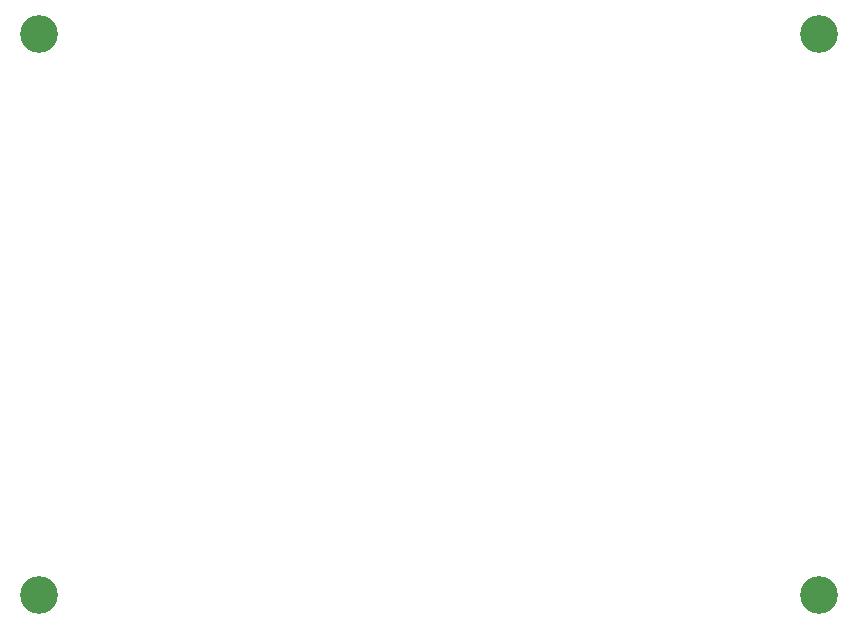
<source format=gbr>
%TF.GenerationSoftware,KiCad,Pcbnew,8.0.2*%
%TF.CreationDate,2024-12-08T22:50:30+01:00*%
%TF.ProjectId,front_panel,66726f6e-745f-4706-916e-656c2e6b6963,rev?*%
%TF.SameCoordinates,Original*%
%TF.FileFunction,Soldermask,Top*%
%TF.FilePolarity,Negative*%
%FSLAX46Y46*%
G04 Gerber Fmt 4.6, Leading zero omitted, Abs format (unit mm)*
G04 Created by KiCad (PCBNEW 8.0.2) date 2024-12-08 22:50:30*
%MOMM*%
%LPD*%
G01*
G04 APERTURE LIST*
%ADD10C,3.200000*%
G04 APERTURE END LIST*
D10*
%TO.C,REF\u002A\u002A*%
X161500000Y-69000000D03*
%TD*%
%TO.C,REF\u002A\u002A*%
X95500000Y-69000000D03*
%TD*%
%TO.C,REF\u002A\u002A*%
X161500000Y-116500000D03*
%TD*%
%TO.C,REF\u002A\u002A*%
X95500000Y-116500000D03*
%TD*%
M02*

</source>
